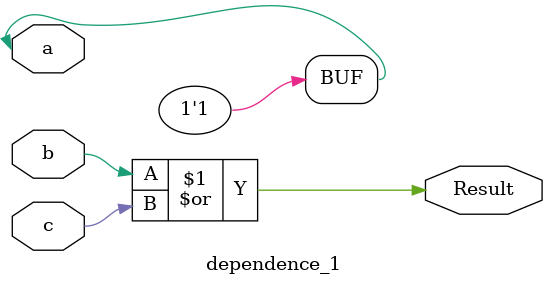
<source format=v>
module dependence_1 (
    // this is a test
    input a, b, c,
    // a test
    output Result       // balabalabala for result
);

    // a & b | ((b & c) & (b | c))
    // &=*, |=+               AB + BC(B+C)
    // Distribute             AB + BBC + BCC
    // Simplify AA = A        AB + BC + BC
    // Simplify A + A = A     AB + BC
    // Factor                 B(A+C)

    assign Result = a & (b | c);

    assign a = 11;
endmodule
</source>
